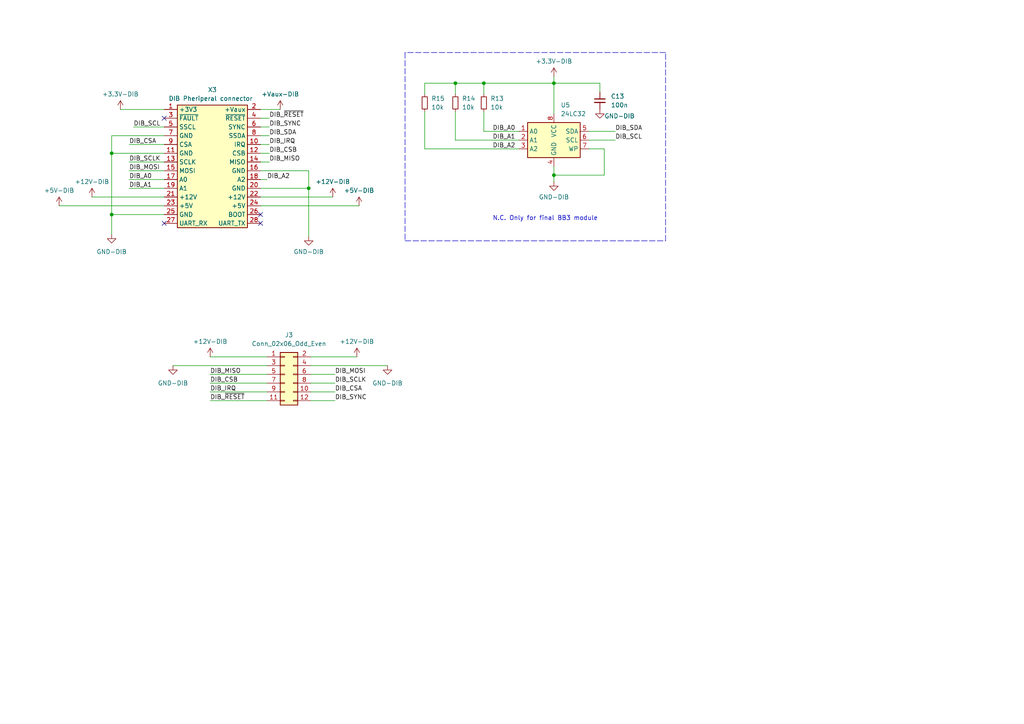
<source format=kicad_sch>
(kicad_sch (version 20230121) (generator eeschema)
  (paper "A4")
  (title_block (title "Electronic Load Analog Test Board") (date "2023-12-30") (rev "${VERSION}") (comment 1 "License: CERN-OHL-W-2.0"))
  (lib_symbols
    (symbol "Connector_Generic:Conn_02x06_Odd_Even" (pin_names (offset 1.016) hide)
      (property "Reference" "J" (at 1.27 7.62 0))
      (property "Value" "Conn_02x06_Odd_Even" (at 1.27 -10.16 0))
      (symbol "Conn_02x06_Odd_Even_1_1"
        (rectangle (start -1.27 -7.493) (end 0 -7.747) (stroke (width 0.1524)))
        (rectangle (start -1.27 -4.953) (end 0 -5.207) (stroke (width 0.1524)))
        (rectangle (start -1.27 -2.413) (end 0 -2.667) (stroke (width 0.1524)))
        (rectangle (start -1.27 0.127) (end 0 -0.127) (stroke (width 0.1524)))
        (rectangle (start -1.27 2.667) (end 0 2.413) (stroke (width 0.1524)))
        (rectangle (start -1.27 5.207) (end 0 4.953) (stroke (width 0.1524)))
        (rectangle (start -1.27 6.35) (end 3.81 -8.89) (stroke (width 0.254)) (fill (type background)))
        (rectangle (start 3.81 -7.493) (end 2.54 -7.747) (stroke (width 0.1524)))
        (rectangle (start 3.81 -4.953) (end 2.54 -5.207) (stroke (width 0.1524)))
        (rectangle (start 3.81 -2.413) (end 2.54 -2.667) (stroke (width 0.1524)))
        (rectangle (start 3.81 0.127) (end 2.54 -0.127) (stroke (width 0.1524)))
        (rectangle (start 3.81 2.667) (end 2.54 2.413) (stroke (width 0.1524)))
        (rectangle (start 3.81 5.207) (end 2.54 4.953) (stroke (width 0.1524)))
        (pin passive line (at -5.08 5.08 0) (length 3.81) (name "Pin_1") (number "1"))
        (pin passive line (at 7.62 -5.08 180) (length 3.81) (name "Pin_10") (number "10"))
        (pin passive line (at -5.08 -7.62 0) (length 3.81) (name "Pin_11") (number "11"))
        (pin passive line (at 7.62 -7.62 180) (length 3.81) (name "Pin_12") (number "12"))
        (pin passive line (at 7.62 5.08 180) (length 3.81) (name "Pin_2") (number "2"))
        (pin passive line (at -5.08 2.54 0) (length 3.81) (name "Pin_3") (number "3"))
        (pin passive line (at 7.62 2.54 180) (length 3.81) (name "Pin_4") (number "4"))
        (pin passive line (at -5.08 0 0) (length 3.81) (name "Pin_5") (number "5"))
        (pin passive line (at 7.62 0 180) (length 3.81) (name "Pin_6") (number "6"))
        (pin passive line (at -5.08 -2.54 0) (length 3.81) (name "Pin_7") (number "7"))
        (pin passive line (at 7.62 -2.54 180) (length 3.81) (name "Pin_8") (number "8"))
        (pin passive line (at -5.08 -5.08 0) (length 3.81) (name "Pin_9") (number "9"))
      )
    )
    (symbol "Device:C_Small" (pin_numbers hide) (pin_names (offset 0.254) hide)
      (property "Reference" "C" (at 0.254 1.778 0))
      (property "Value" "C_Small" (at 0.254 -2.032 0))
      (symbol "C_Small_0_1"
        (polyline (pts (xy -1.524 -0.508) (xy 1.524 -0.508)) (stroke (width 0.3302)))
        (polyline (pts (xy -1.524 0.508) (xy 1.524 0.508)) (stroke (width 0.3048)))
      )
      (symbol "C_Small_1_1"
        (pin passive line (at 0 2.54 270) (length 2.032) (name "~") (number "1"))
        (pin passive line (at 0 -2.54 90) (length 2.032) (name "~") (number "2"))
      )
    )
    (symbol "Device:R_Small" (pin_numbers hide) (pin_names (offset 0.254) hide)
      (property "Reference" "R" (at 0.762 0.508 0))
      (property "Value" "R_Small" (at 0.762 -1.016 0))
      (symbol "R_Small_0_1"
        (rectangle (start -0.762 1.778) (end 0.762 -1.778) (stroke (width 0.2032)))
      )
      (symbol "R_Small_1_1"
        (pin passive line (at 0 2.54 270) (length 0.762) (name "~") (number "1"))
        (pin passive line (at 0 -2.54 90) (length 0.762) (name "~") (number "2"))
      )
    )
    (symbol "EEZ-DIB:+12V-DIB" (power) (pin_names (offset 0))
      (property "Value" "+12V-DIB" (at 0 3.556 0))
      (symbol "+12V-DIB_0_1"
        (polyline (pts (xy -0.762 1.27) (xy 0 2.54)))
        (polyline (pts (xy 0 0) (xy 0 2.54)))
        (polyline (pts (xy 0 2.54) (xy 0.762 1.27)))
      )
      (symbol "+12V-DIB_1_1"
        (pin power_in line (at 0 0 90) (length 0) hide (name "+12V-DIB") (number "1"))
      )
    )
    (symbol "EEZ-DIB:+3.3V-DIB" (power) (pin_names (offset 0))
      (property "Value" "+3.3V-DIB" (at 0 3.556 0))
      (symbol "+3.3V-DIB_0_1"
        (polyline (pts (xy -0.762 1.27) (xy 0 2.54)))
        (polyline (pts (xy 0 0) (xy 0 2.54)))
        (polyline (pts (xy 0 2.54) (xy 0.762 1.27)))
      )
      (symbol "+3.3V-DIB_1_1"
        (pin power_in line (at 0 0 90) (length 0) hide (name "+3.3V-DIB") (number "1"))
      )
    )
    (symbol "EEZ-DIB:+5V-DIB" (power) (pin_names (offset 0))
      (property "Value" "+5V-DIB" (at 0 3.556 0))
      (symbol "+5V-DIB_0_1"
        (polyline (pts (xy -0.762 1.27) (xy 0 2.54)))
        (polyline (pts (xy 0 0) (xy 0 2.54)))
        (polyline (pts (xy 0 2.54) (xy 0.762 1.27)))
      )
      (symbol "+5V-DIB_1_1"
        (pin power_in line (at 0 0 90) (length 0) hide (name "+5V-DIB") (number "1"))
      )
    )
    (symbol "EEZ-DIB:+Vaux-DIB" (power) (pin_names (offset 0))
      (property "Value" "+Vaux-DIB" (at 0 3.556 0))
      (symbol "+Vaux-DIB_0_1"
        (polyline (pts (xy -0.762 1.27) (xy 0 2.54)))
        (polyline (pts (xy 0 0) (xy 0 2.54)))
        (polyline (pts (xy 0 2.54) (xy 0.762 1.27)))
      )
      (symbol "+Vaux-DIB_1_1"
        (pin power_in line (at 0 0 90) (length 0) hide (name "+Vaux-DIB") (number "1"))
      )
    )
    (symbol "EEZ-DIB:DIB_Peripheral"
      (property "Reference" "X" (at 13.97 5.08 0))
      (property "Value" "DIB Pheriperal connector " (at 15.24 2.54 0))
      (symbol "DIB_Peripheral_1_1"
        (rectangle (start 3.81 1.27) (end 24.13 -34.29) (stroke (width 0.254)) (fill (type background)))
        (pin power_out line (at 0 0 0) (length 3.81) (name "+3V3") (number "1"))
        (pin input line (at 27.94 -10.16 180) (length 3.81) (name "IRQ") (number "10"))
        (pin passive line (at 0 -12.7 0) (length 3.81) (name "GND") (number "11"))
        (pin output line (at 27.94 -12.7 180) (length 3.81) (name "CSB") (number "12"))
        (pin output line (at 0 -15.24 0) (length 3.81) (name "SCLK") (number "13"))
        (pin input line (at 27.94 -15.24 180) (length 3.81) (name "MISO") (number "14"))
        (pin output line (at 0 -17.78 0) (length 3.81) (name "MOSI") (number "15"))
        (pin passive line (at 27.94 -17.78 180) (length 3.81) (name "GND") (number "16"))
        (pin output line (at 0 -20.32 0) (length 3.81) (name "A0") (number "17"))
        (pin output line (at 27.94 -20.32 180) (length 3.81) (name "A2") (number "18"))
        (pin output line (at 0 -22.86 0) (length 3.81) (name "A1") (number "19"))
        (pin power_out line (at 27.94 0 180) (length 3.81) (name "+Vaux") (number "2"))
        (pin passive line (at 27.94 -22.86 180) (length 3.81) (name "GND") (number "20"))
        (pin power_out line (at 0 -25.4 0) (length 3.81) (name "+12V") (number "21"))
        (pin passive line (at 27.94 -25.4 180) (length 3.81) (name "+12V") (number "22"))
        (pin power_out line (at 0 -27.94 0) (length 3.81) (name "+5V") (number "23"))
        (pin passive line (at 27.94 -27.94 180) (length 3.81) (name "+5V") (number "24"))
        (pin passive line (at 0 -30.48 0) (length 3.81) (name "GND") (number "25"))
        (pin output line (at 27.94 -30.48 180) (length 3.81) (name "BOOT") (number "26"))
        (pin input line (at 0 -33.02 0) (length 3.81) (name "UART_RX") (number "27"))
        (pin output line (at 27.94 -33.02 180) (length 3.81) (name "UART_TX") (number "28"))
        (pin bidirectional line (at 0 -2.54 0) (length 3.81) (name "~{FAULT}") (number "3"))
        (pin output line (at 27.94 -2.54 180) (length 3.81) (name "~{RESET}") (number "4"))
        (pin output line (at 0 -5.08 0) (length 3.81) (name "SSCL") (number "5"))
        (pin output line (at 27.94 -5.08 180) (length 3.81) (name "SYNC") (number "6"))
        (pin power_out line (at 0 -7.62 0) (length 3.81) (name "GND") (number "7"))
        (pin bidirectional line (at 27.94 -7.62 180) (length 3.81) (name "SSDA") (number "8"))
        (pin output line (at 0 -10.16 0) (length 3.81) (name "CSA") (number "9"))
      )
    )
    (symbol "EEZ-DIB:GND-DIB" (power) (pin_names (offset 0))
      (property "Value" "GND-DIB" (at 0 -3.81 0))
      (symbol "GND-DIB_0_1"
        (polyline (pts (xy 0 0) (xy 0 -1.27) (xy 1.27 -1.27) (xy 0 -2.54) (xy -1.27 -1.27) (xy 0 -1.27)))
      )
      (symbol "GND-DIB_1_1"
        (pin power_in line (at 0 0 270) (length 0) hide (name "GND-DIB") (number "1"))
      )
    )
    (symbol "Memory_EEPROM:24LC32"
      (property "Reference" "U" (at -6.35 6.35 0))
      (property "Value" "24LC32" (at 1.27 6.35 0))
      (symbol "24LC32_1_1"
        (rectangle (start -7.62 5.08) (end 7.62 -5.08) (stroke (width 0.254)) (fill (type background)))
        (pin input line (at -10.16 2.54 0) (length 2.54) (name "A0") (number "1"))
        (pin input line (at -10.16 0 0) (length 2.54) (name "A1") (number "2"))
        (pin input line (at -10.16 -2.54 0) (length 2.54) (name "A2") (number "3"))
        (pin power_in line (at 0 -7.62 90) (length 2.54) (name "GND") (number "4"))
        (pin bidirectional line (at 10.16 2.54 180) (length 2.54) (name "SDA") (number "5"))
        (pin input line (at 10.16 0 180) (length 2.54) (name "SCL") (number "6"))
        (pin input line (at 10.16 -2.54 180) (length 2.54) (name "WP") (number "7"))
        (pin power_in line (at 0 7.62 270) (length 2.54) (name "VCC") (number "8"))
      )
    )
  )
  (junction (at 32.385 44.45))
  (junction (at 32.385 62.23))
  (junction (at 140.335 24.13))
  (junction (at 89.535 54.61))
  (junction (at 160.655 50.8))
  (junction (at 132.08 24.13))
  (junction (at 160.655 24.13))
  (no_connect (at 75.565 64.77))
  (no_connect (at 47.625 34.29))
  (no_connect (at 75.565 62.23))
  (no_connect (at 47.625 64.77))
  (wire (pts (xy 160.655 22.225) (xy 160.655 24.13)))
  (wire (pts (xy 75.565 57.15) (xy 96.52 57.15)))
  (wire (pts (xy 47.625 44.45) (xy 32.385 44.45)))
  (wire (pts (xy 32.385 62.23) (xy 47.625 62.23)))
  (wire (pts (xy 75.565 52.07) (xy 77.47 52.07)))
  (wire (pts (xy 173.99 26.67) (xy 173.99 24.13)))
  (polyline (pts (xy 117.475 15.24) (xy 117.475 69.85)) (stroke (width 0) (type dash)))
  (wire (pts (xy 150.495 40.64) (xy 132.08 40.64)))
  (wire (pts (xy 32.385 44.45) (xy 32.385 62.23)))
  (wire (pts (xy 89.535 49.53) (xy 89.535 54.61)))
  (wire (pts (xy 75.565 36.83) (xy 78.105 36.83)))
  (wire (pts (xy 34.925 31.75) (xy 47.625 31.75)))
  (wire (pts (xy 160.655 48.26) (xy 160.655 50.8)))
  (wire (pts (xy 170.815 40.64) (xy 178.435 40.64)))
  (wire (pts (xy 37.465 54.61) (xy 47.625 54.61)))
  (wire (pts (xy 123.19 27.305) (xy 123.19 24.13)))
  (wire (pts (xy 75.565 34.29) (xy 78.105 34.29)))
  (wire (pts (xy 75.565 39.37) (xy 78.105 39.37)))
  (wire (pts (xy 32.385 39.37) (xy 32.385 44.45)))
  (wire (pts (xy 60.96 103.505) (xy 77.47 103.505)))
  (wire (pts (xy 75.565 41.91) (xy 78.105 41.91)))
  (wire (pts (xy 75.565 46.99) (xy 78.105 46.99)))
  (wire (pts (xy 75.565 54.61) (xy 89.535 54.61)))
  (wire (pts (xy 26.67 57.15) (xy 47.625 57.15)))
  (wire (pts (xy 150.495 38.1) (xy 140.335 38.1)))
  (wire (pts (xy 170.815 43.18) (xy 175.26 43.18)))
  (wire (pts (xy 90.17 103.505) (xy 103.505 103.505)))
  (wire (pts (xy 160.655 24.13) (xy 160.655 33.02)))
  (wire (pts (xy 170.815 38.1) (xy 178.435 38.1)))
  (wire (pts (xy 47.625 39.37) (xy 32.385 39.37)))
  (wire (pts (xy 50.165 106.045) (xy 77.47 106.045)))
  (wire (pts (xy 140.335 24.13) (xy 160.655 24.13)))
  (wire (pts (xy 17.145 59.69) (xy 47.625 59.69)))
  (polyline (pts (xy 193.04 69.85) (xy 193.04 15.24)) (stroke (width 0) (type dash)))
  (wire (pts (xy 38.735 36.83) (xy 47.625 36.83)))
  (wire (pts (xy 75.565 59.69) (xy 104.14 59.69)))
  (wire (pts (xy 173.99 24.13) (xy 160.655 24.13)))
  (wire (pts (xy 123.19 32.385) (xy 123.19 43.18)))
  (wire (pts (xy 123.19 43.18) (xy 150.495 43.18)))
  (wire (pts (xy 123.19 24.13) (xy 132.08 24.13)))
  (wire (pts (xy 140.335 38.1) (xy 140.335 32.385)))
  (wire (pts (xy 37.465 41.91) (xy 47.625 41.91)))
  (wire (pts (xy 90.17 108.585) (xy 97.155 108.585)))
  (wire (pts (xy 175.26 43.18) (xy 175.26 50.8)))
  (wire (pts (xy 60.96 113.665) (xy 77.47 113.665)))
  (wire (pts (xy 90.17 106.045) (xy 112.395 106.045)))
  (wire (pts (xy 90.17 113.665) (xy 97.155 113.665)))
  (wire (pts (xy 60.96 116.205) (xy 77.47 116.205)))
  (wire (pts (xy 37.465 46.99) (xy 47.625 46.99)))
  (wire (pts (xy 60.96 111.125) (xy 77.47 111.125)))
  (wire (pts (xy 37.465 49.53) (xy 47.625 49.53)))
  (wire (pts (xy 90.17 116.205) (xy 97.155 116.205)))
  (wire (pts (xy 90.17 111.125) (xy 97.155 111.125)))
  (wire (pts (xy 132.08 24.13) (xy 140.335 24.13)))
  (wire (pts (xy 160.655 50.8) (xy 160.655 52.705)))
  (wire (pts (xy 132.08 27.305) (xy 132.08 24.13)))
  (wire (pts (xy 75.565 44.45) (xy 78.105 44.45)))
  (wire (pts (xy 75.565 49.53) (xy 89.535 49.53)))
  (wire (pts (xy 60.96 108.585) (xy 77.47 108.585)))
  (wire (pts (xy 89.535 54.61) (xy 89.535 68.58)))
  (wire (pts (xy 140.335 27.305) (xy 140.335 24.13)))
  (wire (pts (xy 32.385 62.23) (xy 32.385 67.945)))
  (wire (pts (xy 175.26 50.8) (xy 160.655 50.8)))
  (wire (pts (xy 132.08 40.64) (xy 132.08 32.385)))
  (polyline (pts (xy 117.475 69.85) (xy 193.04 69.85)) (stroke (width 0) (type dash)))
  (wire (pts (xy 75.565 31.75) (xy 81.28 31.75)))
  (polyline (pts (xy 193.04 15.24) (xy 117.475 15.24)) (stroke (width 0) (type dash)))
  (wire (pts (xy 37.465 52.07) (xy 47.625 52.07)))
  (text "N.C. Only for final BB3 module" (at 142.875 64.135 0) (effects (font (size 1.27 1.27)) (justify left bottom)))
  (label "DIB_CSB" (at 60.96 111.125 0))
  (label "DIB_IRQ" (at 78.105 41.91 0))
  (label "DIB_SCL" (at 178.435 40.64 0))
  (label "DIB_A1" (at 142.875 40.64 0))
  (label "DIB_A2" (at 77.47 52.07 0))
  (label "DIB_SYNC" (at 78.105 36.83 0))
  (label "DIB_CSA" (at 97.155 113.665 0))
  (label "DIB_CSB" (at 78.105 44.45 0))
  (label "DIB_SDA" (at 178.435 38.1 0))
  (label "DIB_SCL" (at 38.735 36.83 0))
  (label "DIB_IRQ" (at 60.96 113.665 0))
  (label "DIB_A0" (at 142.875 38.1 0))
  (label "DIB_MOSI" (at 37.465 49.53 0))
  (label "DIB_~{RESET}" (at 78.105 34.29 0))
  (label "DIB_SCLK" (at 97.155 111.125 0))
  (label "DIB_CSA" (at 37.465 41.91 0))
  (label "DIB_MOSI" (at 97.155 108.585 0))
  (label "DIB_A1" (at 37.465 54.61 0))
  (label "DIB_A2" (at 142.875 43.18 0))
  (label "DIB_MISO" (at 60.96 108.585 0))
  (label "DIB_SDA" (at 78.105 39.37 0))
  (label "DIB_A0" (at 37.465 52.07 0))
  (label "DIB_SCLK" (at 37.465 46.99 0))
  (label "DIB_~{RESET}" (at 60.96 116.205 0))
  (label "DIB_SYNC" (at 97.155 116.205 0))
  (label "DIB_MISO" (at 78.105 46.99 0))
  (symbol (lib_id "EEZ-DIB:GND-DIB") (at 32.385 67.945 0) (unit 1)
    (property "Reference" "#PWR040" (effects hide))
    (property "Value" "GND-DIB" (at 32.385 73.025 0))
  )
  (symbol (lib_id "EEZ-DIB:GND-DIB") (at 50.165 106.045 0) (unit 1)
    (property "Reference" "#PWR063" (effects hide))
    (property "Value" "GND-DIB" (at 50.165 111.125 0))
  )
  (symbol (lib_id "EEZ-DIB:+3.3V-DIB") (at 34.925 31.75 0) (unit 1)
    (property "Reference" "#PWR034" (effects hide))
    (property "Value" "+3.3V-DIB" (at 34.925 27.305 0))
  )
  (symbol (lib_id "EEZ-DIB:+5V-DIB") (at 104.14 59.69 0) (unit 1)
    (property "Reference" "#PWR037" (effects hide))
    (property "Value" "+5V-DIB" (at 104.14 55.245 0))
  )
  (symbol (lib_id "EEZ-DIB:GND-DIB") (at 112.395 106.045 0) (unit 1)
    (property "Reference" "#PWR064" (effects hide))
    (property "Value" "GND-DIB" (at 112.395 111.125 0))
  )
  (symbol (lib_id "EEZ-DIB:+12V-DIB") (at 26.67 57.15 0) (unit 1)
    (property "Reference" "#PWR035" (effects hide))
    (property "Value" "+12V-DIB" (at 26.67 52.705 0))
  )
  (symbol (lib_id "Device:R_Small") (at 132.08 29.845 0) (unit 1)
    (property "Reference" "R14" (at 133.985 28.575 0) (effects (justify left)))
    (property "Value" "10k" (at 133.985 31.115 0) (effects (justify left)))
    (property "Footprint" "Resistor_SMD:R_0805_2012Metric" (effects hide))
  )
  (symbol (lib_id "EEZ-DIB:+Vaux-DIB") (at 81.28 31.75 0) (unit 1)
    (property "Reference" "#PWR039" (effects hide))
    (property "Value" "+Vaux-DIB" (at 81.28 27.305 0))
  )
  (symbol (lib_id "EEZ-DIB:+12V-DIB") (at 96.52 57.15 0) (unit 1)
    (property "Reference" "#PWR038" (effects hide))
    (property "Value" "+12V-DIB" (at 96.52 52.705 0))
  )
  (symbol (lib_id "Connector_Generic:Conn_02x06_Odd_Even") (at 82.55 108.585 0) (unit 1)
    (property "Reference" "J3" (at 83.82 97.155 0))
    (property "Value" "Conn_02x06_Odd_Even" (at 83.82 99.695 0))
    (property "Footprint" "Connector_PinSocket_2.54mm:PinSocket_2x06_P2.54mm_Vertical_SMD" (effects hide))
  )
  (symbol (lib_id "EEZ-DIB:+12V-DIB") (at 60.96 103.505 0) (unit 1)
    (property "Reference" "#PWR061" (effects hide))
    (property "Value" "+12V-DIB" (at 60.96 99.06 0))
  )
  (symbol (lib_id "EEZ-DIB:+5V-DIB") (at 17.145 59.69 0) (unit 1)
    (property "Reference" "#PWR036" (effects hide))
    (property "Value" "+5V-DIB" (at 17.145 55.245 0))
  )
  (symbol (lib_id "EEZ-DIB:DIB_Peripheral") (at 47.625 31.75 0) (unit 1)
    (property "Reference" "X3" (at 61.595 26.035 0))
    (property "Value" "DIB Pheriperal connector " (at 61.595 28.575 0))
    (property "Footprint" "EEZ-DIB:DIB Pheriperal connector" (effects hide))
  )
  (symbol (lib_id "Device:C_Small") (at 173.99 29.21 0) (unit 1)
    (property "Reference" "C13" (at 177.165 27.9463 0) (effects (justify left)))
    (property "Value" "100n" (at 177.165 30.4863 0) (effects (justify left)))
    (property "Footprint" "Capacitor_SMD:C_0805_2012Metric" (effects hide))
  )
  (symbol (lib_id "Memory_EEPROM:24LC32") (at 160.655 40.64 0) (unit 1)
    (property "Reference" "U5" (at 162.6109 30.48 0) (effects (justify left)))
    (property "Value" "24LC32" (at 162.6109 33.02 0) (effects (justify left)))
    (property "Footprint" "Package_SO:SO-8_3.9x4.9mm_P1.27mm" (effects hide))
    (property "Datasheet" "http://ww1.microchip.com/downloads/en/DeviceDoc/21072G.pdf" (effects hide))
  )
  (symbol (lib_id "Device:R_Small") (at 123.19 29.845 0) (unit 1)
    (property "Reference" "R15" (at 125.095 28.575 0) (effects (justify left)))
    (property "Value" "10k" (at 125.095 31.115 0) (effects (justify left)))
    (property "Footprint" "Resistor_SMD:R_0805_2012Metric" (effects hide))
  )
  (symbol (lib_id "EEZ-DIB:GND-DIB") (at 160.655 52.705 0) (unit 1)
    (property "Reference" "#PWR043" (effects hide))
    (property "Value" "GND-DIB" (at 160.655 57.15 0))
  )
  (symbol (lib_id "EEZ-DIB:+12V-DIB") (at 103.505 103.505 0) (unit 1)
    (property "Reference" "#PWR062" (effects hide))
    (property "Value" "+12V-DIB" (at 103.505 99.06 0))
  )
  (symbol (lib_id "EEZ-DIB:GND-DIB") (at 173.99 31.75 0) (unit 1)
    (property "Reference" "#PWR044" (effects hide))
    (property "Value" "GND-DIB" (at 179.705 33.655 0))
  )
  (symbol (lib_id "EEZ-DIB:+3.3V-DIB") (at 160.655 22.225 0) (unit 1)
    (property "Reference" "#PWR042" (effects hide))
    (property "Value" "+3.3V-DIB" (at 160.655 17.78 0))
  )
  (symbol (lib_id "Device:R_Small") (at 140.335 29.845 0) (unit 1)
    (property "Reference" "R13" (at 142.24 28.575 0) (effects (justify left)))
    (property "Value" "10k" (at 142.24 31.115 0) (effects (justify left)))
    (property "Footprint" "Resistor_SMD:R_0805_2012Metric" (effects hide))
  )
  (symbol (lib_id "EEZ-DIB:GND-DIB") (at 89.535 68.58 0) (unit 1)
    (property "Reference" "#PWR041" (effects hide))
    (property "Value" "GND-DIB" (at 89.535 73.025 0))
  )
)
</source>
